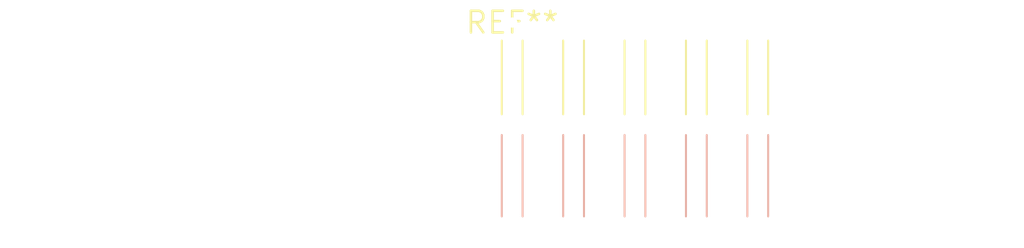
<source format=kicad_pcb>
(kicad_pcb (version 20240108) (generator pcbnew)
  (layers (0 "F.Cu" signal) (31 "B.Cu" signal) (34 "B.Paste" user) (35 "F.Paste" user) (36 "B.SilkS" user "B.Silkscreen") (37 "F.SilkS" user "F.Silkscreen") (38 "B.Mask" user) (39 "F.Mask" user) (44 "Edge.Cuts" user))
  (net 0 "")
  (footprint "SolderWire-0.1sqmm_1x05_P3.6mm_D0.4mm_OD1mm_Relief2x" (layer "F.Cu") (at 0 0)
    (property "Reference" "REF**")
    (property "Value" "SolderWire-0.1sqmm_1x05_P3.6mm_D0.4mm_OD1mm_Relief2x")
    (fp_line (start -0.61 6.61) (end -0.61 11.39) (layer "B.SilkS") (stroke (width 0.12)))
    (fp_line (start 0.61 6.61) (end 0.61 11.39) (layer "B.SilkS") (stroke (width 0.12)))
    (fp_line (start 2.99 6.61) (end 2.99 11.39) (layer "B.SilkS") (stroke (width 0.12)))
    (fp_line (start 4.21 6.61) (end 4.21 11.39) (layer "B.SilkS") (stroke (width 0.12)))
    (fp_line (start 6.59 6.61) (end 6.59 11.39) (layer "B.SilkS") (stroke (width 0.12)))
    (fp_line (start 7.81 6.61) (end 7.81 11.39) (layer "B.SilkS") (stroke (width 0.12)))
    (fp_line (start 10.19 6.61) (end 10.19 11.39) (layer "B.SilkS") (stroke (width 0.12)))
    (fp_line (start 11.41 6.61) (end 11.41 11.39) (layer "B.SilkS") (stroke (width 0.12)))
    (fp_line (start 13.79 6.61) (end 13.79 11.39) (layer "B.SilkS") (stroke (width 0.12)))
    (fp_line (start 15.01 6.61) (end 15.01 11.39) (layer "B.SilkS") (stroke (width 0.12)))
    (fp_line (start -0.61 1.06) (end -0.61 5.39) (layer "F.SilkS") (stroke (width 0.12)))
    (fp_line (start 0.61 1.06) (end 0.61 5.39) (layer "F.SilkS") (stroke (width 0.12)))
    (fp_line (start 2.99 1.06) (end 2.99 5.39) (layer "F.SilkS") (stroke (width 0.12)))
    (fp_line (start 4.21 1.06) (end 4.21 5.39) (layer "F.SilkS") (stroke (width 0.12)))
    (fp_line (start 6.59 1.06) (end 6.59 5.39) (layer "F.SilkS") (stroke (width 0.12)))
    (fp_line (start 7.81 1.06) (end 7.81 5.39) (layer "F.SilkS") (stroke (width 0.12)))
    (fp_line (start 10.19 1.06) (end 10.19 5.39) (layer "F.SilkS") (stroke (width 0.12)))
    (fp_line (start 11.41 1.06) (end 11.41 5.39) (layer "F.SilkS") (stroke (width 0.12)))
    (fp_line (start 13.79 1.06) (end 13.79 5.39) (layer "F.SilkS") (stroke (width 0.12)))
    (fp_line (start 15.01 1.06) (end 15.01 5.39) (layer "F.SilkS") (stroke (width 0.12)))
    (pad "" np_thru_hole circle (at 0 6) (size 1.5 1.5) (drill 1.5) (layers *.Cu *.Mask))
    (pad "" np_thru_hole circle (at 0 12) (size 1.5 1.5) (drill 1.5) (layers *.Cu *.Mask))
    (pad "" np_thru_hole circle (at 3.6 6) (size 1.5 1.5) (drill 1.5) (layers *.Cu *.Mask))
    (pad "" np_thru_hole circle (at 3.6 12) (size 1.5 1.5) (drill 1.5) (layers *.Cu *.Mask))
    (pad "" np_thru_hole circle (at 7.2 6) (size 1.5 1.5) (drill 1.5) (layers *.Cu *.Mask))
    (pad "" np_thru_hole circle (at 7.2 12) (size 1.5 1.5) (drill 1.5) (layers *.Cu *.Mask))
    (pad "" np_thru_hole circle (at 10.8 6) (size 1.5 1.5) (drill 1.5) (layers *.Cu *.Mask))
    (pad "" np_thru_hole circle (at 10.8 12) (size 1.5 1.5) (drill 1.5) (layers *.Cu *.Mask))
    (pad "" np_thru_hole circle (at 14.4 6) (size 1.5 1.5) (drill 1.5) (layers *.Cu *.Mask))
    (pad "" np_thru_hole circle (at 14.4 12) (size 1.5 1.5) (drill 1.5) (layers *.Cu *.Mask))
    (pad "1" thru_hole roundrect (at 0 0) (size 1.6 1.6) (drill 0.6) (layers *.Cu *.Mask) (remove_unused_layers) (roundrect_rratio 0.15625))
    (pad "2" thru_hole circle (at 3.6 0) (size 1.6 1.6) (drill 0.6) (layers *.Cu *.Mask) (remove_unused_layers))
    (pad "3" thru_hole circle (at 7.2 0) (size 1.6 1.6) (drill 0.6) (layers *.Cu *.Mask) (remove_unused_layers))
    (pad "4" thru_hole circle (at 10.8 0) (size 1.6 1.6) (drill 0.6) (layers *.Cu *.Mask) (remove_unused_layers))
    (pad "5" thru_hole circle (at 14.4 0) (size 1.6 1.6) (drill 0.6) (layers *.Cu *.Mask) (remove_unused_layers))
  )
)
</source>
